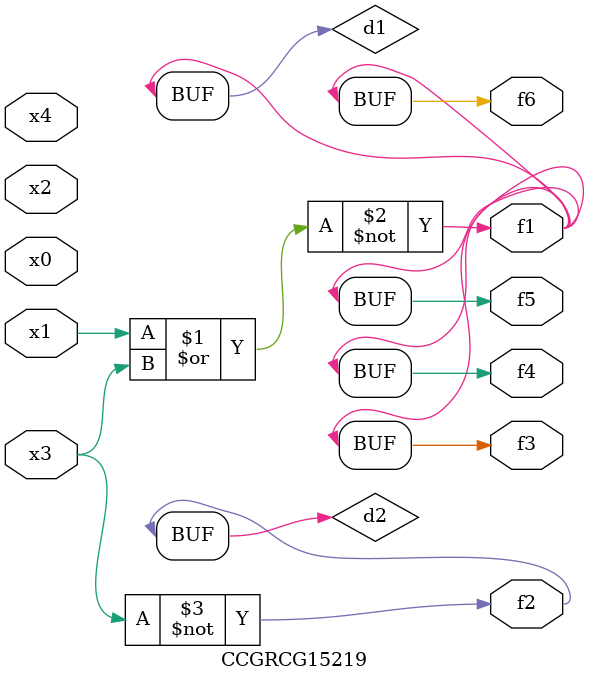
<source format=v>
module CCGRCG15219(
	input x0, x1, x2, x3, x4,
	output f1, f2, f3, f4, f5, f6
);

	wire d1, d2;

	nor (d1, x1, x3);
	not (d2, x3);
	assign f1 = d1;
	assign f2 = d2;
	assign f3 = d1;
	assign f4 = d1;
	assign f5 = d1;
	assign f6 = d1;
endmodule

</source>
